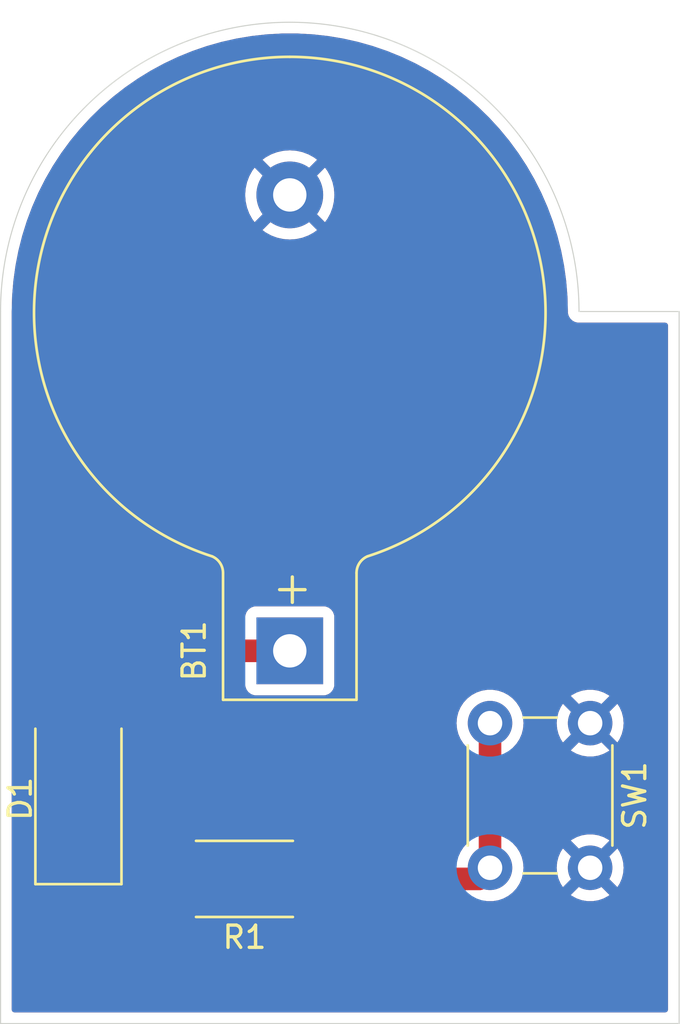
<source format=kicad_pcb>
(kicad_pcb (version 20240108) (generator "pcbnew") (generator_version "8.0")
  (layers (0 "F.Cu" signal) (31 "B.Cu" signal) (34 "B.Paste" user) (35 "F.Paste" user) (36 "B.SilkS" user "B.Silkscreen") (37 "F.SilkS" user "F.Silkscreen") (38 "B.Mask" user) (39 "F.Mask" user) (44 "Edge.Cuts" user))
  (net 0 "")
  (net 1 "Net-(BT1-+)")
  (net 2 "GND")
  (net 3 "Net-(D1-K)")
  (net 4 "Net-(SW1-B)")
  (footprint "Resistor_SMD:R_2512_6332Metric" (layer "F.Cu") (at 132.9625 75 180)
    (property "Reference" "R1" (at 0 -2.62 360) (layer "F.SilkS"))
    (property "Value" "R_US")
    (fp_line (start -2.177064 1.71) (end 2.177064 1.71) (stroke (width 0.12)) (layer "F.SilkS"))
    (fp_line (start -2.177064 -1.71) (end 2.177064 -1.71) (stroke (width 0.12)) (layer "F.SilkS"))
    (pad "1" smd roundrect (at -2.9625 0 180) (size 1.225 3.35) (layers "F.Cu" "F.Paste" "F.Mask") (roundrect_rratio 0.204082) (net 4 "Net-(SW1-B)"))
    (pad "2" smd roundrect (at 2.9625 0 180) (size 1.225 3.35) (layers "F.Cu" "F.Paste" "F.Mask") (roundrect_rratio 0.204082) (net 3 "Net-(D1-K)"))
  )
  (footprint "Battery:BatteryHolder_Keystone_103_1x20mm" (layer "F.Cu") (at 134.999999 64.750001 90)
    (property "Reference" "BT1" (at 0 -4.3 90) (layer "F.SilkS"))
    (property "Value" "Battery_Cell")
    (fp_line (start -2.2 -3) (end 3.5 -3) (stroke (width 0.12)) (layer "F.SilkS"))
    (fp_line (start -2.2 3) (end -2.2 -3) (stroke (width 0.12)) (layer "F.SilkS"))
    (fp_line (start -2.2 3) (end 3.5 3) (stroke (width 0.12)) (layer "F.SilkS"))
    (fp_arc (start 4.25 -3.5) (mid 3.950694 -3.136459) (end 3.5 -3) (stroke (width 0.12)) (layer "F.SilkS"))
    (fp_arc (start 4.25 -3.5) (mid 16.971103 -11.358466) (end 26.695671 0) (stroke (width 0.12)) (layer "F.SilkS"))
    (fp_arc (start 26.695671 0) (mid 16.971103 11.358466) (end 4.25 3.5) (stroke (width 0.12)) (layer "F.SilkS"))
    (fp_arc (start 3.5 3) (mid 3.950694 3.136459) (end 4.25 3.5) (stroke (width 0.12)) (layer "F.SilkS"))
    (fp_text user "+" (at 2.75 0 90) (layer "F.SilkS") (effects (font (size 1.5 1.5))))
    (pad "1" thru_hole rect (at 0 0 90) (size 3 3) (drill 1.5) (layers "*.Cu" "*.Mask") (net 1 "Net-(BT1-+)"))
    (pad "2" thru_hole circle (at 20.49 0 90) (size 3 3) (drill 1.5) (layers "*.Cu" "*.Mask") (net 2 "GND"))
  )
  (footprint "LED_SMD:LED_2512_6332Metric" (layer "F.Cu") (at 125.5 71.4 90)
    (property "Reference" "D1" (at 0 -2.62 90) (layer "F.SilkS"))
    (property "Value" "LED")
    (fp_line (start 3.15 -1.935) (end -3.835 -1.935) (stroke (width 0.12)) (layer "F.SilkS"))
    (fp_line (start -3.835 -1.935) (end -3.835 1.935) (stroke (width 0.12)) (layer "F.SilkS"))
    (fp_line (start -3.835 1.935) (end 3.15 1.935) (stroke (width 0.12)) (layer "F.SilkS"))
    (pad "1" smd roundrect (at -2.9 0 90) (size 1.35 3.35) (layers "F.Cu" "F.Paste" "F.Mask") (roundrect_rratio 0.185185) (net 3 "Net-(D1-K)"))
    (pad "2" smd roundrect (at 2.9 0 90) (size 1.35 3.35) (layers "F.Cu" "F.Paste" "F.Mask") (roundrect_rratio 0.185185) (net 1 "Net-(BT1-+)"))
  )
  (footprint "Button_Switch_THT:SW_PUSH_6mm" (layer "F.Cu") (at 148.5 68 -90)
    (property "Reference" "SW1" (at 3.25 -2 90) (layer "F.SilkS"))
    (property "Value" "SW_SPST")
    (fp_line (start 1 5.5) (end 5.5 5.5) (stroke (width 0.12)) (layer "F.SilkS"))
    (fp_line (start 6.75 3) (end 6.75 1.5) (stroke (width 0.12)) (layer "F.SilkS"))
    (fp_line (start -0.25 1.5) (end -0.25 3) (stroke (width 0.12)) (layer "F.SilkS"))
    (fp_line (start 5.5 -1) (end 1 -1) (stroke (width 0.12)) (layer "F.SilkS"))
    (pad "1" thru_hole circle (at 0 0) (size 2 2) (drill 1.1) (layers "*.Cu" "*.Mask") (net 2 "GND"))
    (pad "1" thru_hole circle (at 6.5 0) (size 2 2) (drill 1.1) (layers "*.Cu" "*.Mask") (net 2 "GND"))
    (pad "2" thru_hole circle (at 0 4.5) (size 2 2) (drill 1.1) (layers "*.Cu" "*.Mask") (net 4 "Net-(SW1-B)"))
    (pad "2" thru_hole circle (at 6.5 4.5) (size 2 2) (drill 1.1) (layers "*.Cu" "*.Mask") (net 4 "Net-(SW1-B)"))
  )
  (gr_arc (start 122 49.5) (mid 135 36.5) (end 148 49.5) (stroke (width 0.05)) (layer "Edge.Cuts"))
  (gr_line (start 122 81.5) (end 152.5 81.5) (stroke (width 0.05)) (layer "Edge.Cuts"))
  (gr_line (start 148 49.5) (end 152.5 49.5) (stroke (width 0.05)) (layer "Edge.Cuts"))
  (gr_line (start 152.5 49.5) (end 152.5 81.5) (stroke (width 0.05)) (layer "Edge.Cuts"))
  (gr_line (start 122 49.5) (end 122 77.5) (stroke (width 0.05)) (layer "Edge.Cuts"))
  (gr_line (start 122 77.5) (end 122 81.5) (stroke (width 0.05)) (layer "Edge.Cuts"))
  (segment (start 129.249999 64.750001) (end 125.5 68.5) (width 1.016) (layer "F.Cu") (net 1))
  (segment (start 134.999999 64.750001) (end 129.249999 64.750001) (width 1.016) (layer "F.Cu") (net 1))
  (segment (start 129.3 74.3) (end 130 75) (width 1.016) (layer "F.Cu") (net 3))
  (segment (start 125.5 74.3) (end 129.3 74.3) (width 1.016) (layer "F.Cu") (net 3))
  (segment (start 144 68) (end 144 74.5) (width 1.016) (layer "F.Cu") (net 4))
  (segment (start 135.925 75) (end 143.5 75) (width 1.016) (layer "F.Cu") (net 4))
  (segment (start 143.5 75) (end 144 74.5) (width 1.016) (layer "F.Cu") (net 4))
  (zone (net 2) (net_name "GND") (layers "F&B.Cu") (connect_pads (clearance 0.5)) (min_thickness 0.25) (fill yes (thermal_gap 0.5) (thermal_bridge_width 0.5))
    (polygon (pts (xy 148 49.5) (xy 148 36) (xy 122.5 35.5) (xy 122.5 81.5) (xy 152.5 81.5) (xy 153 49.5)))
  )
)
</source>
